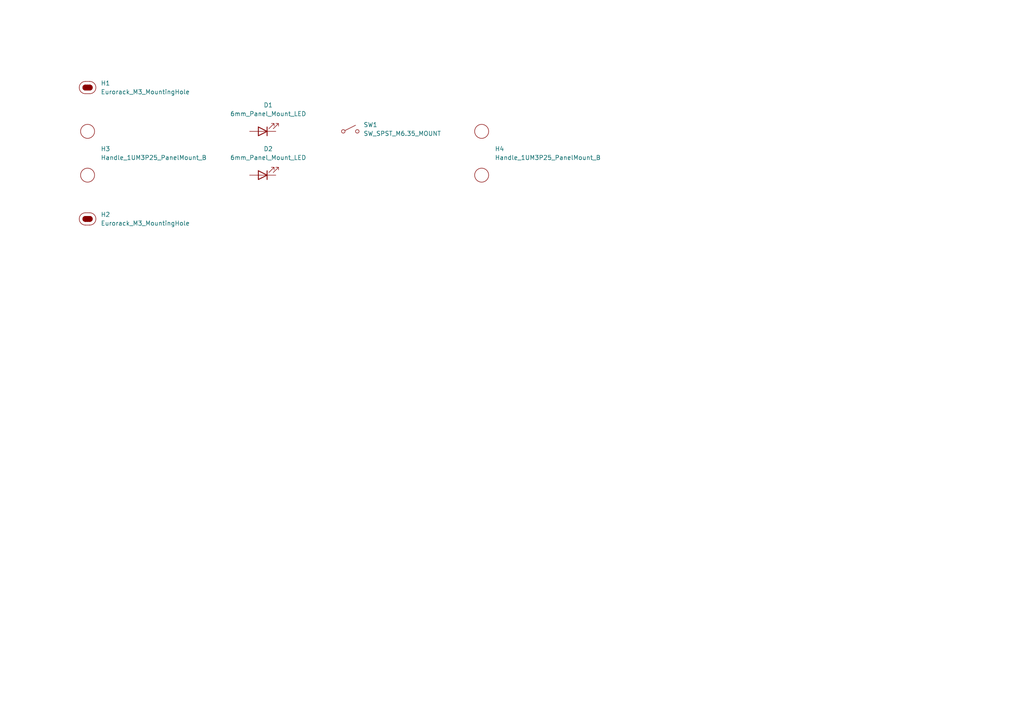
<source format=kicad_sch>
(kicad_sch (version 20250114) (generator "eeschema") (generator_version "9.0")
  (paper "A4")
  (lib_symbols
    (symbol "EXC:6mm_Panel_Mount_LED" (pin_numbers (hide yes)) (pin_names (offset 1.016) (hide yes))
      (property "Reference" "D" (at 0 2.54 0))
      (property "Value" "6mm_Panel_Mount_LED" (at 0 -3.556 0))
      (symbol "6mm_Panel_Mount_LED_0_1"
        (polyline (pts (xy -1.27 1.27) (xy -1.27 -1.27) (xy 1.27 0) (xy -1.27 1.27)) (stroke (width 0.254)))
        (polyline (pts (xy 1.27 1.27) (xy 1.27 -1.27)) (stroke (width 0.254)))
        (polyline (pts (xy 1.27 0) (xy -1.27 0)))
        (polyline (pts (xy 1.778 0.762) (xy 3.302 2.286) (xy 2.54 2.286) (xy 3.302 2.286) (xy 3.302 1.524)))
        (polyline (pts (xy 3.048 0.762) (xy 4.572 2.286) (xy 3.81 2.286) (xy 4.572 2.286) (xy 4.572 1.524)))
      )
      (symbol "6mm_Panel_Mount_LED_1_1"
        (pin passive line (at -3.81 0 0) (length 2.54) (name "A") (number "2"))
        (pin passive line (at 3.81 0 180) (length 2.54) (name "K") (number "1"))
      )
    )
    (symbol "EXC:Eurorack_M3_MountingHole" (pin_names (offset 1.016))
      (property "Reference" "H" (at 0 5.08 0))
      (property "Value" "Eurorack_M3_MountingHole" (at 0 3.175 0))
      (symbol "Eurorack_M3_MountingHole_0_1"
        (polyline (pts (xy -0.635 0.762) (xy 0.635 0.762)))
        (circle (center -0.635 0) (radius 0.762) (fill (type outline)))
        (arc (start -0.635 -0.762) (mid -1.397 0) (end -0.635 0.762))
        (arc (start -0.635 -1.778) (mid -2.413 0) (end -0.635 1.778))
        (polyline (pts (xy -0.635 -0.762) (xy 0.635 -0.762)))
        (polyline (pts (xy -0.635 -1.778) (xy 0.635 -1.778)))
        (circle (center 0 0) (radius 0.762) (fill (type outline)))
        (polyline (pts (xy 0.635 1.778) (xy -0.635 1.778)))
        (arc (start 0.6141 1.778) (mid 2.4131 0) (end 0.6141 -1.778))
        (arc (start 0.6227 0.762) (mid 1.3971 0) (end 0.6227 -0.762))
        (circle (center 0.635 0) (radius 0.762) (fill (type outline)))
      )
    )
    (symbol "EXC:Handle_1UM3P25_B"
      (property "Reference" "H" (at 0 -6.35 0))
      (property "Value" "Handle_1UM3P25_PanelMount_B" (at 0.254 -17.018 0))
      (symbol "Handle_1UM3P25_B_0_1"
        (circle (center 0 0) (radius 2.032))
        (circle (center 0 -12.7) (radius 2.032))
      )
    )
    (symbol "EXC:SW_SPDT-M6.35_Panel_Mount" (pin_names (offset 0) (hide yes))
      (property "Reference" "SW" (at 0 3.175 0))
      (property "Value" "SW_SPST_M6.35_MOUNT" (at 0 -2.032 0))
      (symbol "SW_SPDT-M6.35_Panel_Mount_0_0"
        (circle (center -2.032 0) (radius 0.508))
        (polyline (pts (xy -1.524 0.254) (xy 1.524 1.778)))
        (circle (center 2.032 0) (radius 0.508))
      )
    )
  )
  (symbol (lib_id "EXC:Eurorack_M3_MountingHole") (at 25.4 63.5 0) (unit 1)
    (property "Reference" "H2" (at 29.21 62.2299 0) (effects (justify left)))
    (property "Value" "Eurorack_M3_MountingHole" (at 29.21 64.7699 0) (effects (justify left)))
    (property "Footprint" "EXC:MountingHole_3.2mm_M3" (effects (hide yes)))
    (property "Description" "Mounting Hole without connection" (effects (hide yes)))
  )
  (symbol (lib_id "EXC:6mm_Panel_Mount_LED") (at 76.2 50.8 0) (unit 1)
    (property "Reference" "D2" (at 77.7875 43.18 0))
    (property "Value" "6mm_Panel_Mount_LED" (at 77.7875 45.72 0))
    (property "Footprint" "EXC:6mm_Panel_Mount_LED" (effects (hide yes)))
    (property "Description" "Light emitting diode" (effects (hide yes)))
  )
  (symbol (lib_id "EXC:Handle_1UM3P25_B") (at 139.7 38.1 0) (unit 1)
    (property "Reference" "H4" (at 143.51 43.1799 0) (effects (justify left)))
    (property "Value" "Handle_1UM3P25_PanelMount_B" (at 143.51 45.7199 0) (effects (justify left)))
    (property "Footprint" "EXC:Handle_1UM3P25_B" (effects (hide yes)))
  )
  (symbol (lib_id "EXC:SW_SPDT-M6.35_Panel_Mount") (at 101.6 38.1 0) (unit 1)
    (property "Reference" "SW1" (at 105.41 36.1949 0) (effects (justify left)))
    (property "Value" "SW_SPST_M6.35_MOUNT" (at 105.41 38.7349 0) (effects (justify left)))
    (property "Footprint" "EXC:SW_SPDT_M6.35_Panel_Mount" (effects (hide yes)))
    (property "Datasheet" "https://ae01.alicdn.com/kf/S30ba4cd8ca6748179fcb108112fb1d3fP.jpg" (effects (hide yes)))
    (property "Description" "Single Pole Dual-Throw (SPDT) M6.35 panel-mount switch" (effects (hide yes)))
    (property "Source" "https://www.aliexpress.com/item/4000512396094.html" (effects (hide yes)))
  )
  (symbol (lib_id "EXC:6mm_Panel_Mount_LED") (at 76.2 38.1 0) (unit 1)
    (property "Reference" "D1" (at 77.7875 30.48 0))
    (property "Value" "6mm_Panel_Mount_LED" (at 77.7875 33.02 0))
    (property "Footprint" "EXC:6mm_Panel_Mount_LED" (effects (hide yes)))
    (property "Description" "Light emitting diode" (effects (hide yes)))
  )
  (symbol (lib_id "EXC:Eurorack_M3_MountingHole") (at 25.4 25.4 0) (unit 1)
    (property "Reference" "H1" (at 29.21 24.1299 0) (effects (justify left)))
    (property "Value" "Eurorack_M3_MountingHole" (at 29.21 26.6699 0) (effects (justify left)))
    (property "Footprint" "EXC:MountingHole_3.2mm_M3" (effects (hide yes)))
    (property "Description" "Mounting Hole without connection" (effects (hide yes)))
  )
  (symbol (lib_id "EXC:Handle_1UM3P25_B") (at 25.4 38.1 0) (unit 1)
    (property "Reference" "H3" (at 29.21 43.1799 0) (effects (justify left)))
    (property "Value" "Handle_1UM3P25_PanelMount_B" (at 29.21 45.7199 0) (effects (justify left)))
    (property "Footprint" "EXC:Handle_1UM3P25_B" (effects (hide yes)))
  )
)
</source>
